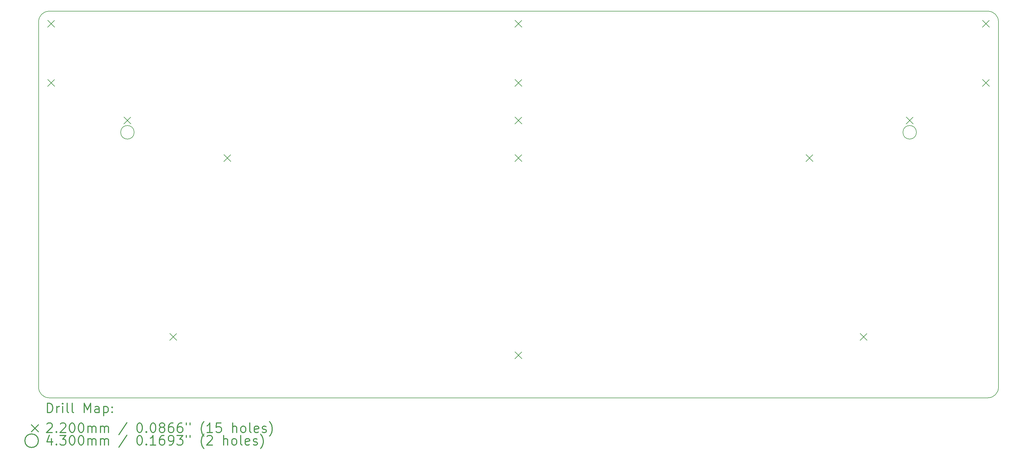
<source format=gbr>
%FSLAX45Y45*%
G04 Gerber Fmt 4.5, Leading zero omitted, Abs format (unit mm)*
G04 Created by KiCad (PCBNEW 5.1.10-88a1d61d58~90~ubuntu21.04.1) date 2021-10-21 10:44:12*
%MOMM*%
%LPD*%
G01*
G04 APERTURE LIST*
%TA.AperFunction,Profile*%
%ADD10C,0.150000*%
%TD*%
%ADD11C,0.200000*%
%ADD12C,0.300000*%
G04 APERTURE END LIST*
D10*
X36212978Y-17574985D02*
X6385297Y-17574985D01*
X36543684Y-5624944D02*
X36543684Y-17244279D01*
X6384997Y-5294238D02*
X36212978Y-5294238D01*
X6054292Y-17244579D02*
X6054292Y-5624944D01*
X36212978Y-5294238D02*
G75*
G02*
X36543684Y-5624944I0J-330706D01*
G01*
X36543684Y-17244279D02*
G75*
G02*
X36212978Y-17574985I-330706J0D01*
G01*
X6385297Y-17574985D02*
G75*
G02*
X6054292Y-17244579I-300J330706D01*
G01*
X6054292Y-5624944D02*
G75*
G02*
X6384997Y-5294238I330706J0D01*
G01*
D11*
X6344250Y-5584716D02*
X6564250Y-5804716D01*
X6564250Y-5584716D02*
X6344250Y-5804716D01*
X6344250Y-7459716D02*
X6564250Y-7679716D01*
X6564250Y-7459716D02*
X6344250Y-7679716D01*
X8765250Y-8652716D02*
X8985250Y-8872716D01*
X8985250Y-8652716D02*
X8765250Y-8872716D01*
X10224242Y-15529459D02*
X10444242Y-15749459D01*
X10444242Y-15529459D02*
X10224242Y-15749459D01*
X11943126Y-9845062D02*
X12163126Y-10065062D01*
X12163126Y-9845062D02*
X11943126Y-10065062D01*
X21188988Y-9845062D02*
X21408988Y-10065062D01*
X21408988Y-9845062D02*
X21188988Y-10065062D01*
X21188988Y-16110574D02*
X21408988Y-16330574D01*
X21408988Y-16110574D02*
X21188988Y-16330574D01*
X21189250Y-5584716D02*
X21409250Y-5804716D01*
X21409250Y-5584716D02*
X21189250Y-5804716D01*
X21189250Y-7459716D02*
X21409250Y-7679716D01*
X21409250Y-7459716D02*
X21189250Y-7679716D01*
X21189250Y-8652716D02*
X21409250Y-8872716D01*
X21409250Y-8652716D02*
X21189250Y-8872716D01*
X30434850Y-9845062D02*
X30654850Y-10065062D01*
X30654850Y-9845062D02*
X30434850Y-10065062D01*
X32153734Y-15529459D02*
X32373734Y-15749459D01*
X32373734Y-15529459D02*
X32153734Y-15749459D01*
X33613250Y-8652716D02*
X33833250Y-8872716D01*
X33833250Y-8652716D02*
X33613250Y-8872716D01*
X36033726Y-5584716D02*
X36253726Y-5804716D01*
X36253726Y-5584716D02*
X36033726Y-5804716D01*
X36033726Y-7459716D02*
X36253726Y-7679716D01*
X36253726Y-7459716D02*
X36033726Y-7679716D01*
X9089986Y-9140955D02*
G75*
G03*
X9089986Y-9140955I-215000J0D01*
G01*
X33937990Y-9140955D02*
G75*
G03*
X33937990Y-9140955I-215000J0D01*
G01*
D12*
X6333220Y-18048199D02*
X6333220Y-17748199D01*
X6404649Y-17748199D01*
X6447506Y-17762485D01*
X6476077Y-17791056D01*
X6490363Y-17819628D01*
X6504649Y-17876771D01*
X6504649Y-17919628D01*
X6490363Y-17976771D01*
X6476077Y-18005342D01*
X6447506Y-18033914D01*
X6404649Y-18048199D01*
X6333220Y-18048199D01*
X6633220Y-18048199D02*
X6633220Y-17848199D01*
X6633220Y-17905342D02*
X6647506Y-17876771D01*
X6661791Y-17862485D01*
X6690363Y-17848199D01*
X6718934Y-17848199D01*
X6818934Y-18048199D02*
X6818934Y-17848199D01*
X6818934Y-17748199D02*
X6804649Y-17762485D01*
X6818934Y-17776771D01*
X6833220Y-17762485D01*
X6818934Y-17748199D01*
X6818934Y-17776771D01*
X7004649Y-18048199D02*
X6976077Y-18033914D01*
X6961791Y-18005342D01*
X6961791Y-17748199D01*
X7161791Y-18048199D02*
X7133220Y-18033914D01*
X7118934Y-18005342D01*
X7118934Y-17748199D01*
X7504649Y-18048199D02*
X7504649Y-17748199D01*
X7604649Y-17962485D01*
X7704649Y-17748199D01*
X7704649Y-18048199D01*
X7976077Y-18048199D02*
X7976077Y-17891056D01*
X7961791Y-17862485D01*
X7933220Y-17848199D01*
X7876077Y-17848199D01*
X7847506Y-17862485D01*
X7976077Y-18033914D02*
X7947506Y-18048199D01*
X7876077Y-18048199D01*
X7847506Y-18033914D01*
X7833220Y-18005342D01*
X7833220Y-17976771D01*
X7847506Y-17948199D01*
X7876077Y-17933914D01*
X7947506Y-17933914D01*
X7976077Y-17919628D01*
X8118934Y-17848199D02*
X8118934Y-18148199D01*
X8118934Y-17862485D02*
X8147506Y-17848199D01*
X8204649Y-17848199D01*
X8233220Y-17862485D01*
X8247506Y-17876771D01*
X8261791Y-17905342D01*
X8261791Y-17991056D01*
X8247506Y-18019628D01*
X8233220Y-18033914D01*
X8204649Y-18048199D01*
X8147506Y-18048199D01*
X8118934Y-18033914D01*
X8390363Y-18019628D02*
X8404649Y-18033914D01*
X8390363Y-18048199D01*
X8376077Y-18033914D01*
X8390363Y-18019628D01*
X8390363Y-18048199D01*
X8390363Y-17862485D02*
X8404649Y-17876771D01*
X8390363Y-17891056D01*
X8376077Y-17876771D01*
X8390363Y-17862485D01*
X8390363Y-17891056D01*
X5826791Y-18432485D02*
X6046791Y-18652485D01*
X6046791Y-18432485D02*
X5826791Y-18652485D01*
X6318934Y-18406771D02*
X6333220Y-18392485D01*
X6361791Y-18378199D01*
X6433220Y-18378199D01*
X6461791Y-18392485D01*
X6476077Y-18406771D01*
X6490363Y-18435342D01*
X6490363Y-18463914D01*
X6476077Y-18506771D01*
X6304649Y-18678199D01*
X6490363Y-18678199D01*
X6618934Y-18649628D02*
X6633220Y-18663914D01*
X6618934Y-18678199D01*
X6604649Y-18663914D01*
X6618934Y-18649628D01*
X6618934Y-18678199D01*
X6747506Y-18406771D02*
X6761791Y-18392485D01*
X6790363Y-18378199D01*
X6861791Y-18378199D01*
X6890363Y-18392485D01*
X6904649Y-18406771D01*
X6918934Y-18435342D01*
X6918934Y-18463914D01*
X6904649Y-18506771D01*
X6733220Y-18678199D01*
X6918934Y-18678199D01*
X7104649Y-18378199D02*
X7133220Y-18378199D01*
X7161791Y-18392485D01*
X7176077Y-18406771D01*
X7190363Y-18435342D01*
X7204649Y-18492485D01*
X7204649Y-18563914D01*
X7190363Y-18621056D01*
X7176077Y-18649628D01*
X7161791Y-18663914D01*
X7133220Y-18678199D01*
X7104649Y-18678199D01*
X7076077Y-18663914D01*
X7061791Y-18649628D01*
X7047506Y-18621056D01*
X7033220Y-18563914D01*
X7033220Y-18492485D01*
X7047506Y-18435342D01*
X7061791Y-18406771D01*
X7076077Y-18392485D01*
X7104649Y-18378199D01*
X7390363Y-18378199D02*
X7418934Y-18378199D01*
X7447506Y-18392485D01*
X7461791Y-18406771D01*
X7476077Y-18435342D01*
X7490363Y-18492485D01*
X7490363Y-18563914D01*
X7476077Y-18621056D01*
X7461791Y-18649628D01*
X7447506Y-18663914D01*
X7418934Y-18678199D01*
X7390363Y-18678199D01*
X7361791Y-18663914D01*
X7347506Y-18649628D01*
X7333220Y-18621056D01*
X7318934Y-18563914D01*
X7318934Y-18492485D01*
X7333220Y-18435342D01*
X7347506Y-18406771D01*
X7361791Y-18392485D01*
X7390363Y-18378199D01*
X7618934Y-18678199D02*
X7618934Y-18478199D01*
X7618934Y-18506771D02*
X7633220Y-18492485D01*
X7661791Y-18478199D01*
X7704649Y-18478199D01*
X7733220Y-18492485D01*
X7747506Y-18521056D01*
X7747506Y-18678199D01*
X7747506Y-18521056D02*
X7761791Y-18492485D01*
X7790363Y-18478199D01*
X7833220Y-18478199D01*
X7861791Y-18492485D01*
X7876077Y-18521056D01*
X7876077Y-18678199D01*
X8018934Y-18678199D02*
X8018934Y-18478199D01*
X8018934Y-18506771D02*
X8033220Y-18492485D01*
X8061791Y-18478199D01*
X8104649Y-18478199D01*
X8133220Y-18492485D01*
X8147506Y-18521056D01*
X8147506Y-18678199D01*
X8147506Y-18521056D02*
X8161791Y-18492485D01*
X8190363Y-18478199D01*
X8233220Y-18478199D01*
X8261791Y-18492485D01*
X8276077Y-18521056D01*
X8276077Y-18678199D01*
X8861792Y-18363914D02*
X8604649Y-18749628D01*
X9247506Y-18378199D02*
X9276077Y-18378199D01*
X9304649Y-18392485D01*
X9318934Y-18406771D01*
X9333220Y-18435342D01*
X9347506Y-18492485D01*
X9347506Y-18563914D01*
X9333220Y-18621056D01*
X9318934Y-18649628D01*
X9304649Y-18663914D01*
X9276077Y-18678199D01*
X9247506Y-18678199D01*
X9218934Y-18663914D01*
X9204649Y-18649628D01*
X9190363Y-18621056D01*
X9176077Y-18563914D01*
X9176077Y-18492485D01*
X9190363Y-18435342D01*
X9204649Y-18406771D01*
X9218934Y-18392485D01*
X9247506Y-18378199D01*
X9476077Y-18649628D02*
X9490363Y-18663914D01*
X9476077Y-18678199D01*
X9461792Y-18663914D01*
X9476077Y-18649628D01*
X9476077Y-18678199D01*
X9676077Y-18378199D02*
X9704649Y-18378199D01*
X9733220Y-18392485D01*
X9747506Y-18406771D01*
X9761792Y-18435342D01*
X9776077Y-18492485D01*
X9776077Y-18563914D01*
X9761792Y-18621056D01*
X9747506Y-18649628D01*
X9733220Y-18663914D01*
X9704649Y-18678199D01*
X9676077Y-18678199D01*
X9647506Y-18663914D01*
X9633220Y-18649628D01*
X9618934Y-18621056D01*
X9604649Y-18563914D01*
X9604649Y-18492485D01*
X9618934Y-18435342D01*
X9633220Y-18406771D01*
X9647506Y-18392485D01*
X9676077Y-18378199D01*
X9947506Y-18506771D02*
X9918934Y-18492485D01*
X9904649Y-18478199D01*
X9890363Y-18449628D01*
X9890363Y-18435342D01*
X9904649Y-18406771D01*
X9918934Y-18392485D01*
X9947506Y-18378199D01*
X10004649Y-18378199D01*
X10033220Y-18392485D01*
X10047506Y-18406771D01*
X10061792Y-18435342D01*
X10061792Y-18449628D01*
X10047506Y-18478199D01*
X10033220Y-18492485D01*
X10004649Y-18506771D01*
X9947506Y-18506771D01*
X9918934Y-18521056D01*
X9904649Y-18535342D01*
X9890363Y-18563914D01*
X9890363Y-18621056D01*
X9904649Y-18649628D01*
X9918934Y-18663914D01*
X9947506Y-18678199D01*
X10004649Y-18678199D01*
X10033220Y-18663914D01*
X10047506Y-18649628D01*
X10061792Y-18621056D01*
X10061792Y-18563914D01*
X10047506Y-18535342D01*
X10033220Y-18521056D01*
X10004649Y-18506771D01*
X10318934Y-18378199D02*
X10261792Y-18378199D01*
X10233220Y-18392485D01*
X10218934Y-18406771D01*
X10190363Y-18449628D01*
X10176077Y-18506771D01*
X10176077Y-18621056D01*
X10190363Y-18649628D01*
X10204649Y-18663914D01*
X10233220Y-18678199D01*
X10290363Y-18678199D01*
X10318934Y-18663914D01*
X10333220Y-18649628D01*
X10347506Y-18621056D01*
X10347506Y-18549628D01*
X10333220Y-18521056D01*
X10318934Y-18506771D01*
X10290363Y-18492485D01*
X10233220Y-18492485D01*
X10204649Y-18506771D01*
X10190363Y-18521056D01*
X10176077Y-18549628D01*
X10604649Y-18378199D02*
X10547506Y-18378199D01*
X10518934Y-18392485D01*
X10504649Y-18406771D01*
X10476077Y-18449628D01*
X10461792Y-18506771D01*
X10461792Y-18621056D01*
X10476077Y-18649628D01*
X10490363Y-18663914D01*
X10518934Y-18678199D01*
X10576077Y-18678199D01*
X10604649Y-18663914D01*
X10618934Y-18649628D01*
X10633220Y-18621056D01*
X10633220Y-18549628D01*
X10618934Y-18521056D01*
X10604649Y-18506771D01*
X10576077Y-18492485D01*
X10518934Y-18492485D01*
X10490363Y-18506771D01*
X10476077Y-18521056D01*
X10461792Y-18549628D01*
X10747506Y-18378199D02*
X10747506Y-18435342D01*
X10861792Y-18378199D02*
X10861792Y-18435342D01*
X11304649Y-18792485D02*
X11290363Y-18778199D01*
X11261791Y-18735342D01*
X11247506Y-18706771D01*
X11233220Y-18663914D01*
X11218934Y-18592485D01*
X11218934Y-18535342D01*
X11233220Y-18463914D01*
X11247506Y-18421056D01*
X11261791Y-18392485D01*
X11290363Y-18349628D01*
X11304649Y-18335342D01*
X11576077Y-18678199D02*
X11404649Y-18678199D01*
X11490363Y-18678199D02*
X11490363Y-18378199D01*
X11461791Y-18421056D01*
X11433220Y-18449628D01*
X11404649Y-18463914D01*
X11847506Y-18378199D02*
X11704649Y-18378199D01*
X11690363Y-18521056D01*
X11704649Y-18506771D01*
X11733220Y-18492485D01*
X11804649Y-18492485D01*
X11833220Y-18506771D01*
X11847506Y-18521056D01*
X11861791Y-18549628D01*
X11861791Y-18621056D01*
X11847506Y-18649628D01*
X11833220Y-18663914D01*
X11804649Y-18678199D01*
X11733220Y-18678199D01*
X11704649Y-18663914D01*
X11690363Y-18649628D01*
X12218934Y-18678199D02*
X12218934Y-18378199D01*
X12347506Y-18678199D02*
X12347506Y-18521056D01*
X12333220Y-18492485D01*
X12304649Y-18478199D01*
X12261791Y-18478199D01*
X12233220Y-18492485D01*
X12218934Y-18506771D01*
X12533220Y-18678199D02*
X12504649Y-18663914D01*
X12490363Y-18649628D01*
X12476077Y-18621056D01*
X12476077Y-18535342D01*
X12490363Y-18506771D01*
X12504649Y-18492485D01*
X12533220Y-18478199D01*
X12576077Y-18478199D01*
X12604649Y-18492485D01*
X12618934Y-18506771D01*
X12633220Y-18535342D01*
X12633220Y-18621056D01*
X12618934Y-18649628D01*
X12604649Y-18663914D01*
X12576077Y-18678199D01*
X12533220Y-18678199D01*
X12804649Y-18678199D02*
X12776077Y-18663914D01*
X12761791Y-18635342D01*
X12761791Y-18378199D01*
X13033220Y-18663914D02*
X13004649Y-18678199D01*
X12947506Y-18678199D01*
X12918934Y-18663914D01*
X12904649Y-18635342D01*
X12904649Y-18521056D01*
X12918934Y-18492485D01*
X12947506Y-18478199D01*
X13004649Y-18478199D01*
X13033220Y-18492485D01*
X13047506Y-18521056D01*
X13047506Y-18549628D01*
X12904649Y-18578199D01*
X13161791Y-18663914D02*
X13190363Y-18678199D01*
X13247506Y-18678199D01*
X13276077Y-18663914D01*
X13290363Y-18635342D01*
X13290363Y-18621056D01*
X13276077Y-18592485D01*
X13247506Y-18578199D01*
X13204649Y-18578199D01*
X13176077Y-18563914D01*
X13161791Y-18535342D01*
X13161791Y-18521056D01*
X13176077Y-18492485D01*
X13204649Y-18478199D01*
X13247506Y-18478199D01*
X13276077Y-18492485D01*
X13390363Y-18792485D02*
X13404649Y-18778199D01*
X13433220Y-18735342D01*
X13447506Y-18706771D01*
X13461791Y-18663914D01*
X13476077Y-18592485D01*
X13476077Y-18535342D01*
X13461791Y-18463914D01*
X13447506Y-18421056D01*
X13433220Y-18392485D01*
X13404649Y-18349628D01*
X13390363Y-18335342D01*
X6046791Y-18938485D02*
G75*
G03*
X6046791Y-18938485I-215000J0D01*
G01*
X6461791Y-18874199D02*
X6461791Y-19074199D01*
X6390363Y-18759914D02*
X6318934Y-18974199D01*
X6504649Y-18974199D01*
X6618934Y-19045628D02*
X6633220Y-19059914D01*
X6618934Y-19074199D01*
X6604649Y-19059914D01*
X6618934Y-19045628D01*
X6618934Y-19074199D01*
X6733220Y-18774199D02*
X6918934Y-18774199D01*
X6818934Y-18888485D01*
X6861791Y-18888485D01*
X6890363Y-18902771D01*
X6904649Y-18917056D01*
X6918934Y-18945628D01*
X6918934Y-19017056D01*
X6904649Y-19045628D01*
X6890363Y-19059914D01*
X6861791Y-19074199D01*
X6776077Y-19074199D01*
X6747506Y-19059914D01*
X6733220Y-19045628D01*
X7104649Y-18774199D02*
X7133220Y-18774199D01*
X7161791Y-18788485D01*
X7176077Y-18802771D01*
X7190363Y-18831342D01*
X7204649Y-18888485D01*
X7204649Y-18959914D01*
X7190363Y-19017056D01*
X7176077Y-19045628D01*
X7161791Y-19059914D01*
X7133220Y-19074199D01*
X7104649Y-19074199D01*
X7076077Y-19059914D01*
X7061791Y-19045628D01*
X7047506Y-19017056D01*
X7033220Y-18959914D01*
X7033220Y-18888485D01*
X7047506Y-18831342D01*
X7061791Y-18802771D01*
X7076077Y-18788485D01*
X7104649Y-18774199D01*
X7390363Y-18774199D02*
X7418934Y-18774199D01*
X7447506Y-18788485D01*
X7461791Y-18802771D01*
X7476077Y-18831342D01*
X7490363Y-18888485D01*
X7490363Y-18959914D01*
X7476077Y-19017056D01*
X7461791Y-19045628D01*
X7447506Y-19059914D01*
X7418934Y-19074199D01*
X7390363Y-19074199D01*
X7361791Y-19059914D01*
X7347506Y-19045628D01*
X7333220Y-19017056D01*
X7318934Y-18959914D01*
X7318934Y-18888485D01*
X7333220Y-18831342D01*
X7347506Y-18802771D01*
X7361791Y-18788485D01*
X7390363Y-18774199D01*
X7618934Y-19074199D02*
X7618934Y-18874199D01*
X7618934Y-18902771D02*
X7633220Y-18888485D01*
X7661791Y-18874199D01*
X7704649Y-18874199D01*
X7733220Y-18888485D01*
X7747506Y-18917056D01*
X7747506Y-19074199D01*
X7747506Y-18917056D02*
X7761791Y-18888485D01*
X7790363Y-18874199D01*
X7833220Y-18874199D01*
X7861791Y-18888485D01*
X7876077Y-18917056D01*
X7876077Y-19074199D01*
X8018934Y-19074199D02*
X8018934Y-18874199D01*
X8018934Y-18902771D02*
X8033220Y-18888485D01*
X8061791Y-18874199D01*
X8104649Y-18874199D01*
X8133220Y-18888485D01*
X8147506Y-18917056D01*
X8147506Y-19074199D01*
X8147506Y-18917056D02*
X8161791Y-18888485D01*
X8190363Y-18874199D01*
X8233220Y-18874199D01*
X8261791Y-18888485D01*
X8276077Y-18917056D01*
X8276077Y-19074199D01*
X8861792Y-18759914D02*
X8604649Y-19145628D01*
X9247506Y-18774199D02*
X9276077Y-18774199D01*
X9304649Y-18788485D01*
X9318934Y-18802771D01*
X9333220Y-18831342D01*
X9347506Y-18888485D01*
X9347506Y-18959914D01*
X9333220Y-19017056D01*
X9318934Y-19045628D01*
X9304649Y-19059914D01*
X9276077Y-19074199D01*
X9247506Y-19074199D01*
X9218934Y-19059914D01*
X9204649Y-19045628D01*
X9190363Y-19017056D01*
X9176077Y-18959914D01*
X9176077Y-18888485D01*
X9190363Y-18831342D01*
X9204649Y-18802771D01*
X9218934Y-18788485D01*
X9247506Y-18774199D01*
X9476077Y-19045628D02*
X9490363Y-19059914D01*
X9476077Y-19074199D01*
X9461792Y-19059914D01*
X9476077Y-19045628D01*
X9476077Y-19074199D01*
X9776077Y-19074199D02*
X9604649Y-19074199D01*
X9690363Y-19074199D02*
X9690363Y-18774199D01*
X9661792Y-18817056D01*
X9633220Y-18845628D01*
X9604649Y-18859914D01*
X10033220Y-18774199D02*
X9976077Y-18774199D01*
X9947506Y-18788485D01*
X9933220Y-18802771D01*
X9904649Y-18845628D01*
X9890363Y-18902771D01*
X9890363Y-19017056D01*
X9904649Y-19045628D01*
X9918934Y-19059914D01*
X9947506Y-19074199D01*
X10004649Y-19074199D01*
X10033220Y-19059914D01*
X10047506Y-19045628D01*
X10061792Y-19017056D01*
X10061792Y-18945628D01*
X10047506Y-18917056D01*
X10033220Y-18902771D01*
X10004649Y-18888485D01*
X9947506Y-18888485D01*
X9918934Y-18902771D01*
X9904649Y-18917056D01*
X9890363Y-18945628D01*
X10204649Y-19074199D02*
X10261792Y-19074199D01*
X10290363Y-19059914D01*
X10304649Y-19045628D01*
X10333220Y-19002771D01*
X10347506Y-18945628D01*
X10347506Y-18831342D01*
X10333220Y-18802771D01*
X10318934Y-18788485D01*
X10290363Y-18774199D01*
X10233220Y-18774199D01*
X10204649Y-18788485D01*
X10190363Y-18802771D01*
X10176077Y-18831342D01*
X10176077Y-18902771D01*
X10190363Y-18931342D01*
X10204649Y-18945628D01*
X10233220Y-18959914D01*
X10290363Y-18959914D01*
X10318934Y-18945628D01*
X10333220Y-18931342D01*
X10347506Y-18902771D01*
X10447506Y-18774199D02*
X10633220Y-18774199D01*
X10533220Y-18888485D01*
X10576077Y-18888485D01*
X10604649Y-18902771D01*
X10618934Y-18917056D01*
X10633220Y-18945628D01*
X10633220Y-19017056D01*
X10618934Y-19045628D01*
X10604649Y-19059914D01*
X10576077Y-19074199D01*
X10490363Y-19074199D01*
X10461792Y-19059914D01*
X10447506Y-19045628D01*
X10747506Y-18774199D02*
X10747506Y-18831342D01*
X10861792Y-18774199D02*
X10861792Y-18831342D01*
X11304649Y-19188485D02*
X11290363Y-19174199D01*
X11261791Y-19131342D01*
X11247506Y-19102771D01*
X11233220Y-19059914D01*
X11218934Y-18988485D01*
X11218934Y-18931342D01*
X11233220Y-18859914D01*
X11247506Y-18817056D01*
X11261791Y-18788485D01*
X11290363Y-18745628D01*
X11304649Y-18731342D01*
X11404649Y-18802771D02*
X11418934Y-18788485D01*
X11447506Y-18774199D01*
X11518934Y-18774199D01*
X11547506Y-18788485D01*
X11561791Y-18802771D01*
X11576077Y-18831342D01*
X11576077Y-18859914D01*
X11561791Y-18902771D01*
X11390363Y-19074199D01*
X11576077Y-19074199D01*
X11933220Y-19074199D02*
X11933220Y-18774199D01*
X12061791Y-19074199D02*
X12061791Y-18917056D01*
X12047506Y-18888485D01*
X12018934Y-18874199D01*
X11976077Y-18874199D01*
X11947506Y-18888485D01*
X11933220Y-18902771D01*
X12247506Y-19074199D02*
X12218934Y-19059914D01*
X12204649Y-19045628D01*
X12190363Y-19017056D01*
X12190363Y-18931342D01*
X12204649Y-18902771D01*
X12218934Y-18888485D01*
X12247506Y-18874199D01*
X12290363Y-18874199D01*
X12318934Y-18888485D01*
X12333220Y-18902771D01*
X12347506Y-18931342D01*
X12347506Y-19017056D01*
X12333220Y-19045628D01*
X12318934Y-19059914D01*
X12290363Y-19074199D01*
X12247506Y-19074199D01*
X12518934Y-19074199D02*
X12490363Y-19059914D01*
X12476077Y-19031342D01*
X12476077Y-18774199D01*
X12747506Y-19059914D02*
X12718934Y-19074199D01*
X12661791Y-19074199D01*
X12633220Y-19059914D01*
X12618934Y-19031342D01*
X12618934Y-18917056D01*
X12633220Y-18888485D01*
X12661791Y-18874199D01*
X12718934Y-18874199D01*
X12747506Y-18888485D01*
X12761791Y-18917056D01*
X12761791Y-18945628D01*
X12618934Y-18974199D01*
X12876077Y-19059914D02*
X12904649Y-19074199D01*
X12961791Y-19074199D01*
X12990363Y-19059914D01*
X13004649Y-19031342D01*
X13004649Y-19017056D01*
X12990363Y-18988485D01*
X12961791Y-18974199D01*
X12918934Y-18974199D01*
X12890363Y-18959914D01*
X12876077Y-18931342D01*
X12876077Y-18917056D01*
X12890363Y-18888485D01*
X12918934Y-18874199D01*
X12961791Y-18874199D01*
X12990363Y-18888485D01*
X13104649Y-19188485D02*
X13118934Y-19174199D01*
X13147506Y-19131342D01*
X13161791Y-19102771D01*
X13176077Y-19059914D01*
X13190363Y-18988485D01*
X13190363Y-18931342D01*
X13176077Y-18859914D01*
X13161791Y-18817056D01*
X13147506Y-18788485D01*
X13118934Y-18745628D01*
X13104649Y-18731342D01*
M02*

</source>
